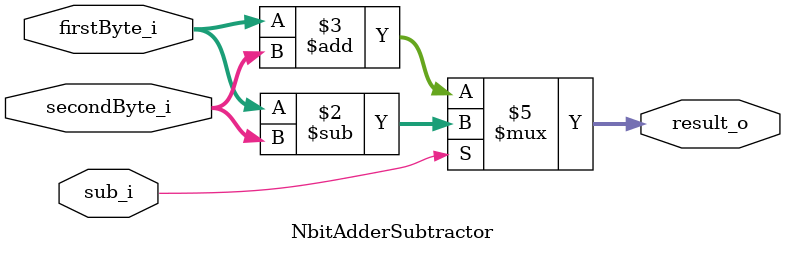
<source format=sv>
module NbitAdderSubtractor #(parameter NBIT = 10)
  							(input logic [NBIT-1:0]firstByte_i, secondByte_i,
   							 input logic sub_i,
   							 output logic [NBIT:0] result_o); // to proccess overflow of a two-bit number
  
  always_comb
    if(sub_i)      //or if(sub==1)
      result_o = firstByte_i - secondByte_i;
    else
      result_o = firstByte_i + secondByte_i;
endmodule
</source>
